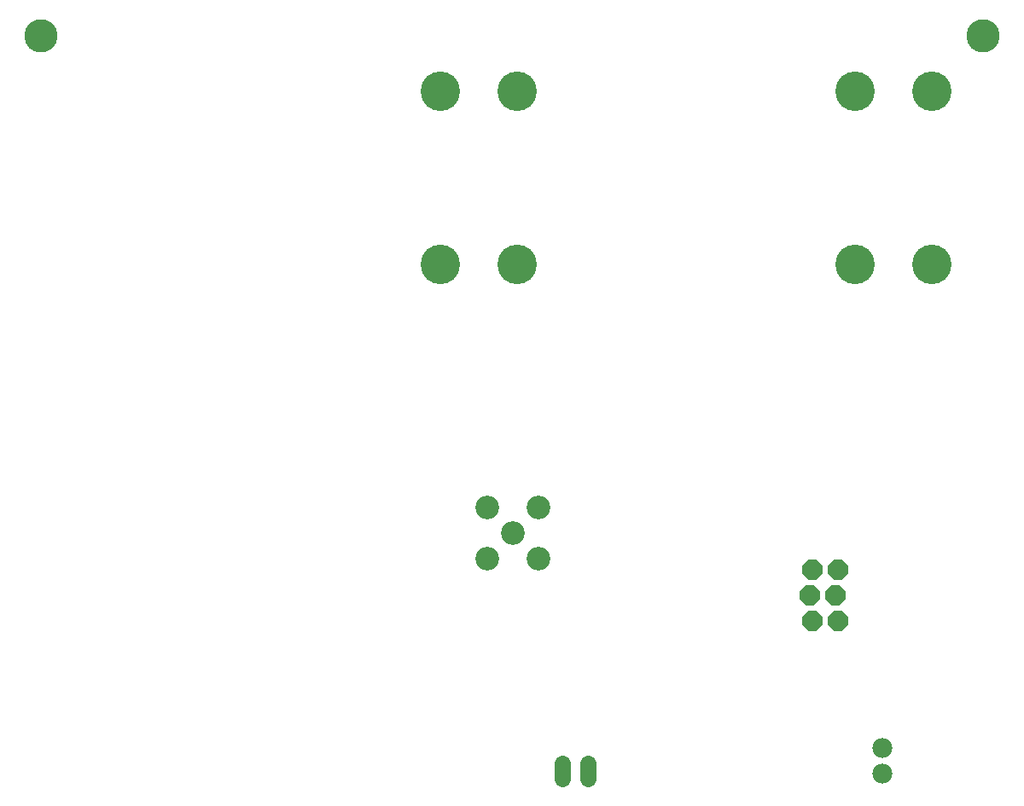
<source format=gbs>
G75*
%MOIN*%
%OFA0B0*%
%FSLAX24Y24*%
%IPPOS*%
%LPD*%
%AMOC8*
5,1,8,0,0,1.08239X$1,22.5*
%
%ADD10C,0.1300*%
%ADD11C,0.0926*%
%ADD12C,0.0640*%
%ADD13C,0.1540*%
%ADD14OC8,0.0780*%
%ADD15C,0.0780*%
D10*
X001558Y031156D03*
X038369Y031156D03*
D11*
X018991Y010700D03*
X019991Y011700D03*
X018991Y012700D03*
X020991Y012700D03*
X020991Y010700D03*
D12*
X021924Y002716D02*
X021924Y002116D01*
X022924Y002116D02*
X022924Y002716D01*
D13*
X020160Y022200D03*
X017168Y022200D03*
X017168Y028991D03*
X020160Y028991D03*
X033349Y028991D03*
X036341Y028991D03*
X036341Y022200D03*
X033349Y022200D03*
D14*
X032676Y010290D03*
X031676Y010290D03*
X031576Y009290D03*
X032576Y009290D03*
X032676Y008290D03*
X031676Y008290D03*
D15*
X034432Y003318D03*
X034432Y002318D03*
M02*

</source>
